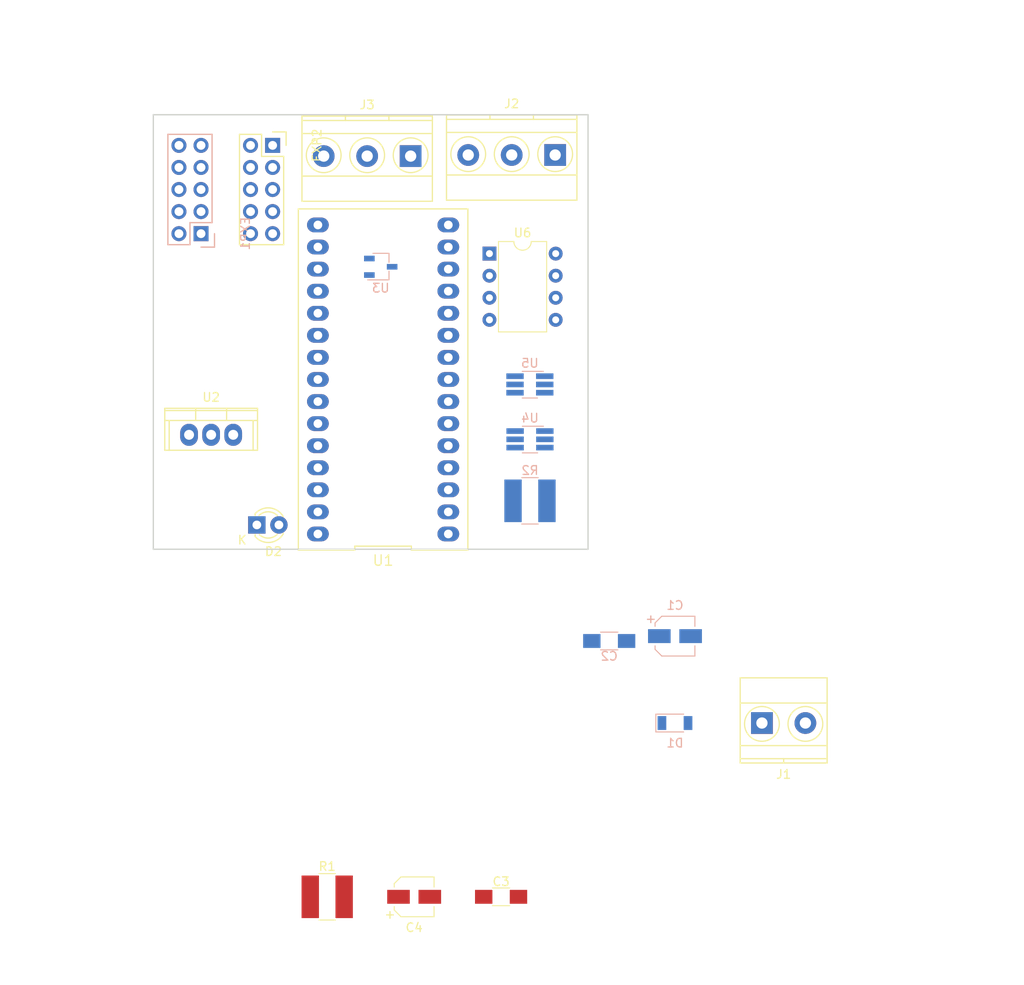
<source format=kicad_pcb>
(kicad_pcb (version 4) (host pcbnew 4.0.5)

  (general
    (links 63)
    (no_connects 63)
    (area 69.924999 39.924999 120.075001 90.075001)
    (thickness 1.6)
    (drawings 6)
    (tracks 0)
    (zones 0)
    (modules 19)
    (nets 31)
  )

  (page A4)
  (layers
    (0 F.Cu signal)
    (31 B.Cu signal)
    (32 B.Adhes user)
    (33 F.Adhes user)
    (34 B.Paste user)
    (35 F.Paste user)
    (36 B.SilkS user)
    (37 F.SilkS user)
    (38 B.Mask user)
    (39 F.Mask user)
    (40 Dwgs.User user)
    (41 Cmts.User user)
    (42 Eco1.User user)
    (43 Eco2.User user)
    (44 Edge.Cuts user)
    (45 Margin user)
    (46 B.CrtYd user)
    (47 F.CrtYd user)
    (48 B.Fab user)
    (49 F.Fab user)
  )

  (setup
    (last_trace_width 0.25)
    (trace_clearance 0.2)
    (zone_clearance 0.508)
    (zone_45_only no)
    (trace_min 0.2)
    (segment_width 0.2)
    (edge_width 0.15)
    (via_size 0.6)
    (via_drill 0.4)
    (via_min_size 0.4)
    (via_min_drill 0.3)
    (uvia_size 0.3)
    (uvia_drill 0.1)
    (uvias_allowed no)
    (uvia_min_size 0.2)
    (uvia_min_drill 0.1)
    (pcb_text_width 0.3)
    (pcb_text_size 1.5 1.5)
    (mod_edge_width 0.15)
    (mod_text_size 1 1)
    (mod_text_width 0.15)
    (pad_size 1.524 1.524)
    (pad_drill 0.762)
    (pad_to_mask_clearance 0.2)
    (aux_axis_origin 0 0)
    (grid_origin 70 40)
    (visible_elements 7FFFFFFF)
    (pcbplotparams
      (layerselection 0x00030_80000001)
      (usegerberextensions false)
      (excludeedgelayer true)
      (linewidth 0.100000)
      (plotframeref false)
      (viasonmask false)
      (mode 1)
      (useauxorigin false)
      (hpglpennumber 1)
      (hpglpenspeed 20)
      (hpglpendiameter 15)
      (hpglpenoverlay 2)
      (psnegative false)
      (psa4output false)
      (plotreference true)
      (plotvalue true)
      (plotinvisibletext false)
      (padsonsilk false)
      (subtractmaskfromsilk false)
      (outputformat 1)
      (mirror false)
      (drillshape 1)
      (scaleselection 1)
      (outputdirectory ""))
  )

  (net 0 "")
  (net 1 "Net-(C1-Pad1)")
  (net 2 GND)
  (net 3 /Vdd)
  (net 4 "Net-(D1-Pad2)")
  (net 5 "Net-(D2-Pad1)")
  (net 6 /Beeper)
  (net 7 /BTN_ENC)
  (net 8 /LCDE)
  (net 9 /LCDRS)
  (net 10 /LCD4)
  (net 11 /LCD5)
  (net 12 /LCD6)
  (net 13 /LCD7)
  (net 14 /MISO)
  (net 15 /SCK)
  (net 16 /BTN_EN2)
  (net 17 /SD_CSEL)
  (net 18 /BTN_EN1)
  (net 19 /MOSI)
  (net 20 /SD_DET)
  (net 21 /RESET)
  (net 22 "Net-(J2-Pad3)")
  (net 23 "Net-(J2-Pad2)")
  (net 24 /AN1)
  (net 25 /AN2)
  (net 26 /VREF)
  (net 27 /SDA)
  (net 28 /SCL)
  (net 29 /VOUT2)
  (net 30 /VOUT1)

  (net_class Default "Questo è il gruppo di collegamenti predefinito"
    (clearance 0.2)
    (trace_width 0.25)
    (via_dia 0.6)
    (via_drill 0.4)
    (uvia_dia 0.3)
    (uvia_drill 0.1)
    (add_net /AN1)
    (add_net /AN2)
    (add_net /BTN_EN1)
    (add_net /BTN_EN2)
    (add_net /BTN_ENC)
    (add_net /Beeper)
    (add_net /LCD4)
    (add_net /LCD5)
    (add_net /LCD6)
    (add_net /LCD7)
    (add_net /LCDE)
    (add_net /LCDRS)
    (add_net /MISO)
    (add_net /MOSI)
    (add_net /RESET)
    (add_net /SCK)
    (add_net /SCL)
    (add_net /SDA)
    (add_net /SD_CSEL)
    (add_net /SD_DET)
    (add_net /VOUT1)
    (add_net /VOUT2)
    (add_net /VREF)
    (add_net /Vdd)
    (add_net GND)
    (add_net "Net-(C1-Pad1)")
    (add_net "Net-(D1-Pad2)")
    (add_net "Net-(D2-Pad1)")
    (add_net "Net-(J2-Pad2)")
    (add_net "Net-(J2-Pad3)")
  )

  (module Capacitors_SMD:CP_Elec_4x5.8 placed (layer B.Cu) (tedit 58AA8627) (tstamp 58F4BAF0)
    (at 130 100)
    (descr "SMT capacitor, aluminium electrolytic, 4x5.8")
    (path /58ED6C54)
    (attr smd)
    (fp_text reference C1 (at 0 -3.54) (layer B.SilkS)
      (effects (font (size 1 1) (thickness 0.15)) (justify mirror))
    )
    (fp_text value CP (at 0 3.54) (layer B.Fab)
      (effects (font (size 1 1) (thickness 0.15)) (justify mirror))
    )
    (fp_circle (center 0 0) (end 0 -2) (layer B.Fab) (width 0.1))
    (fp_text user + (at -1.12 0.06) (layer B.Fab)
      (effects (font (size 1 1) (thickness 0.15)) (justify mirror))
    )
    (fp_text user + (at -2.78 -2.01) (layer B.SilkS)
      (effects (font (size 1 1) (thickness 0.15)) (justify mirror))
    )
    (fp_text user %R (at 0 -3.54) (layer B.Fab)
      (effects (font (size 1 1) (thickness 0.15)) (justify mirror))
    )
    (fp_line (start 2.13 -2.13) (end 2.13 2.13) (layer B.Fab) (width 0.1))
    (fp_line (start -1.46 -2.13) (end 2.13 -2.13) (layer B.Fab) (width 0.1))
    (fp_line (start -2.13 -1.46) (end -1.46 -2.13) (layer B.Fab) (width 0.1))
    (fp_line (start -2.13 1.46) (end -2.13 -1.46) (layer B.Fab) (width 0.1))
    (fp_line (start -1.46 2.13) (end -2.13 1.46) (layer B.Fab) (width 0.1))
    (fp_line (start 2.13 2.13) (end -1.46 2.13) (layer B.Fab) (width 0.1))
    (fp_line (start -2.29 -1.52) (end -2.29 -1.12) (layer B.SilkS) (width 0.12))
    (fp_line (start 2.29 -2.29) (end 2.29 -1.12) (layer B.SilkS) (width 0.12))
    (fp_line (start 2.29 2.29) (end 2.29 1.12) (layer B.SilkS) (width 0.12))
    (fp_line (start -2.29 1.52) (end -2.29 1.12) (layer B.SilkS) (width 0.12))
    (fp_line (start -1.52 -2.29) (end 2.29 -2.29) (layer B.SilkS) (width 0.12))
    (fp_line (start -1.52 -2.29) (end -2.29 -1.52) (layer B.SilkS) (width 0.12))
    (fp_line (start -1.52 2.29) (end 2.29 2.29) (layer B.SilkS) (width 0.12))
    (fp_line (start -1.52 2.29) (end -2.29 1.52) (layer B.SilkS) (width 0.12))
    (fp_line (start -3.35 2.39) (end 3.35 2.39) (layer B.CrtYd) (width 0.05))
    (fp_line (start -3.35 2.39) (end -3.35 -2.38) (layer B.CrtYd) (width 0.05))
    (fp_line (start 3.35 -2.38) (end 3.35 2.39) (layer B.CrtYd) (width 0.05))
    (fp_line (start 3.35 -2.38) (end -3.35 -2.38) (layer B.CrtYd) (width 0.05))
    (pad 1 smd rect (at -1.8 0 180) (size 2.6 1.6) (layers B.Cu B.Paste B.Mask)
      (net 1 "Net-(C1-Pad1)"))
    (pad 2 smd rect (at 1.8 0 180) (size 2.6 1.6) (layers B.Cu B.Paste B.Mask)
      (net 2 GND))
    (model Capacitors_SMD.3dshapes/CP_Elec_4x5.8.wrl
      (at (xyz 0 0 0))
      (scale (xyz 1 1 1))
      (rotate (xyz 0 0 180))
    )
  )

  (module Capacitors_SMD:C_1206_HandSoldering placed (layer B.Cu) (tedit 58AA84D1) (tstamp 58F4BAF6)
    (at 122.43576 100.55868)
    (descr "Capacitor SMD 1206, hand soldering")
    (tags "capacitor 1206")
    (path /58ED6D57)
    (attr smd)
    (fp_text reference C2 (at 0 1.75) (layer B.SilkS)
      (effects (font (size 1 1) (thickness 0.15)) (justify mirror))
    )
    (fp_text value C (at 0 -2) (layer B.Fab)
      (effects (font (size 1 1) (thickness 0.15)) (justify mirror))
    )
    (fp_text user %R (at 0 1.75) (layer B.Fab)
      (effects (font (size 1 1) (thickness 0.15)) (justify mirror))
    )
    (fp_line (start -1.6 -0.8) (end -1.6 0.8) (layer B.Fab) (width 0.1))
    (fp_line (start 1.6 -0.8) (end -1.6 -0.8) (layer B.Fab) (width 0.1))
    (fp_line (start 1.6 0.8) (end 1.6 -0.8) (layer B.Fab) (width 0.1))
    (fp_line (start -1.6 0.8) (end 1.6 0.8) (layer B.Fab) (width 0.1))
    (fp_line (start 1 1.02) (end -1 1.02) (layer B.SilkS) (width 0.12))
    (fp_line (start -1 -1.02) (end 1 -1.02) (layer B.SilkS) (width 0.12))
    (fp_line (start -3.25 1.05) (end 3.25 1.05) (layer B.CrtYd) (width 0.05))
    (fp_line (start -3.25 1.05) (end -3.25 -1.05) (layer B.CrtYd) (width 0.05))
    (fp_line (start 3.25 -1.05) (end 3.25 1.05) (layer B.CrtYd) (width 0.05))
    (fp_line (start 3.25 -1.05) (end -3.25 -1.05) (layer B.CrtYd) (width 0.05))
    (pad 1 smd rect (at -2 0) (size 2 1.6) (layers B.Cu B.Paste B.Mask)
      (net 1 "Net-(C1-Pad1)"))
    (pad 2 smd rect (at 2 0) (size 2 1.6) (layers B.Cu B.Paste B.Mask)
      (net 2 GND))
    (model Capacitors_SMD.3dshapes/C_1206.wrl
      (at (xyz 0 0 0))
      (scale (xyz 1 1 1))
      (rotate (xyz 0 0 0))
    )
  )

  (module Capacitors_SMD:C_1206_HandSoldering placed (layer F.Cu) (tedit 58AA84D1) (tstamp 58F4BAFC)
    (at 110 130)
    (descr "Capacitor SMD 1206, hand soldering")
    (tags "capacitor 1206")
    (path /58EF2498)
    (attr smd)
    (fp_text reference C3 (at 0 -1.75) (layer F.SilkS)
      (effects (font (size 1 1) (thickness 0.15)))
    )
    (fp_text value C (at 0 2) (layer F.Fab)
      (effects (font (size 1 1) (thickness 0.15)))
    )
    (fp_text user %R (at 0 -1.75) (layer F.Fab)
      (effects (font (size 1 1) (thickness 0.15)))
    )
    (fp_line (start -1.6 0.8) (end -1.6 -0.8) (layer F.Fab) (width 0.1))
    (fp_line (start 1.6 0.8) (end -1.6 0.8) (layer F.Fab) (width 0.1))
    (fp_line (start 1.6 -0.8) (end 1.6 0.8) (layer F.Fab) (width 0.1))
    (fp_line (start -1.6 -0.8) (end 1.6 -0.8) (layer F.Fab) (width 0.1))
    (fp_line (start 1 -1.02) (end -1 -1.02) (layer F.SilkS) (width 0.12))
    (fp_line (start -1 1.02) (end 1 1.02) (layer F.SilkS) (width 0.12))
    (fp_line (start -3.25 -1.05) (end 3.25 -1.05) (layer F.CrtYd) (width 0.05))
    (fp_line (start -3.25 -1.05) (end -3.25 1.05) (layer F.CrtYd) (width 0.05))
    (fp_line (start 3.25 1.05) (end 3.25 -1.05) (layer F.CrtYd) (width 0.05))
    (fp_line (start 3.25 1.05) (end -3.25 1.05) (layer F.CrtYd) (width 0.05))
    (pad 1 smd rect (at -2 0) (size 2 1.6) (layers F.Cu F.Paste F.Mask)
      (net 3 /Vdd))
    (pad 2 smd rect (at 2 0) (size 2 1.6) (layers F.Cu F.Paste F.Mask)
      (net 2 GND))
    (model Capacitors_SMD.3dshapes/C_1206.wrl
      (at (xyz 0 0 0))
      (scale (xyz 1 1 1))
      (rotate (xyz 0 0 0))
    )
  )

  (module Capacitors_SMD:CP_Elec_4x5.8 placed (layer F.Cu) (tedit 58AA8627) (tstamp 58F4BB02)
    (at 100 130)
    (descr "SMT capacitor, aluminium electrolytic, 4x5.8")
    (path /58EF252D)
    (attr smd)
    (fp_text reference C4 (at 0 3.54) (layer F.SilkS)
      (effects (font (size 1 1) (thickness 0.15)))
    )
    (fp_text value CP (at 0 -3.54) (layer F.Fab)
      (effects (font (size 1 1) (thickness 0.15)))
    )
    (fp_circle (center 0 0) (end 0 2) (layer F.Fab) (width 0.1))
    (fp_text user + (at -1.12 -0.06) (layer F.Fab)
      (effects (font (size 1 1) (thickness 0.15)))
    )
    (fp_text user + (at -2.78 2.01) (layer F.SilkS)
      (effects (font (size 1 1) (thickness 0.15)))
    )
    (fp_text user %R (at 0 3.54) (layer F.Fab)
      (effects (font (size 1 1) (thickness 0.15)))
    )
    (fp_line (start 2.13 2.13) (end 2.13 -2.13) (layer F.Fab) (width 0.1))
    (fp_line (start -1.46 2.13) (end 2.13 2.13) (layer F.Fab) (width 0.1))
    (fp_line (start -2.13 1.46) (end -1.46 2.13) (layer F.Fab) (width 0.1))
    (fp_line (start -2.13 -1.46) (end -2.13 1.46) (layer F.Fab) (width 0.1))
    (fp_line (start -1.46 -2.13) (end -2.13 -1.46) (layer F.Fab) (width 0.1))
    (fp_line (start 2.13 -2.13) (end -1.46 -2.13) (layer F.Fab) (width 0.1))
    (fp_line (start -2.29 1.52) (end -2.29 1.12) (layer F.SilkS) (width 0.12))
    (fp_line (start 2.29 2.29) (end 2.29 1.12) (layer F.SilkS) (width 0.12))
    (fp_line (start 2.29 -2.29) (end 2.29 -1.12) (layer F.SilkS) (width 0.12))
    (fp_line (start -2.29 -1.52) (end -2.29 -1.12) (layer F.SilkS) (width 0.12))
    (fp_line (start -1.52 2.29) (end 2.29 2.29) (layer F.SilkS) (width 0.12))
    (fp_line (start -1.52 2.29) (end -2.29 1.52) (layer F.SilkS) (width 0.12))
    (fp_line (start -1.52 -2.29) (end 2.29 -2.29) (layer F.SilkS) (width 0.12))
    (fp_line (start -1.52 -2.29) (end -2.29 -1.52) (layer F.SilkS) (width 0.12))
    (fp_line (start -3.35 -2.39) (end 3.35 -2.39) (layer F.CrtYd) (width 0.05))
    (fp_line (start -3.35 -2.39) (end -3.35 2.38) (layer F.CrtYd) (width 0.05))
    (fp_line (start 3.35 2.38) (end 3.35 -2.39) (layer F.CrtYd) (width 0.05))
    (fp_line (start 3.35 2.38) (end -3.35 2.38) (layer F.CrtYd) (width 0.05))
    (pad 1 smd rect (at -1.8 0 180) (size 2.6 1.6) (layers F.Cu F.Paste F.Mask)
      (net 3 /Vdd))
    (pad 2 smd rect (at 1.8 0 180) (size 2.6 1.6) (layers F.Cu F.Paste F.Mask)
      (net 2 GND))
    (model Capacitors_SMD.3dshapes/CP_Elec_4x5.8.wrl
      (at (xyz 0 0 0))
      (scale (xyz 1 1 1))
      (rotate (xyz 0 0 180))
    )
  )

  (module Diodes_SMD:D_1206 placed (layer B.Cu) (tedit 587F7EF9) (tstamp 58F4BB08)
    (at 130 110)
    (descr "Diode SMD 1206, reflow soldering")
    (tags "Diode 1206")
    (path /58ED750D)
    (attr smd)
    (fp_text reference D1 (at 0 2.3) (layer B.SilkS)
      (effects (font (size 1 1) (thickness 0.15)) (justify mirror))
    )
    (fp_text value D (at 0 -2.3) (layer B.Fab)
      (effects (font (size 1 1) (thickness 0.15)) (justify mirror))
    )
    (fp_line (start -0.254 0.254) (end -0.254 -0.254) (layer B.Fab) (width 0.1))
    (fp_line (start 0.127 0) (end 0.381 0) (layer B.Fab) (width 0.1))
    (fp_line (start -0.254 0) (end -0.508 0) (layer B.Fab) (width 0.1))
    (fp_line (start 0.127 -0.254) (end -0.254 0) (layer B.Fab) (width 0.1))
    (fp_line (start 0.127 0.254) (end 0.127 -0.254) (layer B.Fab) (width 0.1))
    (fp_line (start -0.254 0) (end 0.127 0.254) (layer B.Fab) (width 0.1))
    (fp_line (start -2.2 1.016) (end -2.2 -1.016) (layer B.SilkS) (width 0.12))
    (fp_line (start -1.6 -0.8) (end -1.6 0.8) (layer B.Fab) (width 0.1))
    (fp_line (start 1.6 -0.8) (end -1.6 -0.8) (layer B.Fab) (width 0.1))
    (fp_line (start 1.6 0.8) (end 1.6 -0.8) (layer B.Fab) (width 0.1))
    (fp_line (start -1.6 0.8) (end 1.6 0.8) (layer B.Fab) (width 0.1))
    (fp_line (start -2.3 1.15) (end 2.3 1.15) (layer B.CrtYd) (width 0.05))
    (fp_line (start -2.3 -1.15) (end 2.3 -1.15) (layer B.CrtYd) (width 0.05))
    (fp_line (start -2.3 1.15) (end -2.3 -1.15) (layer B.CrtYd) (width 0.05))
    (fp_line (start 2.3 1.15) (end 2.3 -1.15) (layer B.CrtYd) (width 0.05))
    (fp_line (start 1 1.025) (end -2.2 1.025) (layer B.SilkS) (width 0.12))
    (fp_line (start -2.2 -1.025) (end 1 -1.025) (layer B.SilkS) (width 0.12))
    (pad 1 smd rect (at -1.5 0) (size 1 1.6) (layers B.Cu B.Paste B.Mask)
      (net 1 "Net-(C1-Pad1)"))
    (pad 2 smd rect (at 1.5 0) (size 1 1.6) (layers B.Cu B.Paste B.Mask)
      (net 4 "Net-(D1-Pad2)"))
  )

  (module LEDs:LED-3MM placed (layer F.Cu) (tedit 559B82F6) (tstamp 58F4BB0E)
    (at 81.90752 87.20336)
    (descr "LED 3mm round vertical")
    (tags "LED  3mm round vertical")
    (path /58EF3740)
    (fp_text reference D2 (at 1.91 3.06) (layer F.SilkS)
      (effects (font (size 1 1) (thickness 0.15)))
    )
    (fp_text value LED (at 1.3 -2.9) (layer F.Fab)
      (effects (font (size 1 1) (thickness 0.15)))
    )
    (fp_line (start -1.2 2.3) (end 3.8 2.3) (layer F.CrtYd) (width 0.05))
    (fp_line (start 3.8 2.3) (end 3.8 -2.2) (layer F.CrtYd) (width 0.05))
    (fp_line (start 3.8 -2.2) (end -1.2 -2.2) (layer F.CrtYd) (width 0.05))
    (fp_line (start -1.2 -2.2) (end -1.2 2.3) (layer F.CrtYd) (width 0.05))
    (fp_line (start -0.199 1.314) (end -0.199 1.114) (layer F.SilkS) (width 0.15))
    (fp_line (start -0.199 -1.28) (end -0.199 -1.1) (layer F.SilkS) (width 0.15))
    (fp_arc (start 1.301 0.034) (end -0.199 -1.286) (angle 108.5) (layer F.SilkS) (width 0.15))
    (fp_arc (start 1.301 0.034) (end 0.25 -1.1) (angle 85.7) (layer F.SilkS) (width 0.15))
    (fp_arc (start 1.311 0.034) (end 3.051 0.994) (angle 110) (layer F.SilkS) (width 0.15))
    (fp_arc (start 1.301 0.034) (end 2.335 1.094) (angle 87.5) (layer F.SilkS) (width 0.15))
    (fp_text user K (at -1.69 1.74) (layer F.SilkS)
      (effects (font (size 1 1) (thickness 0.15)))
    )
    (pad 1 thru_hole rect (at 0 0 90) (size 2 2) (drill 1.00076) (layers *.Cu *.Mask)
      (net 5 "Net-(D2-Pad1)"))
    (pad 2 thru_hole circle (at 2.54 0) (size 2 2) (drill 1.00076) (layers *.Cu *.Mask)
      (net 3 /Vdd))
    (model LEDs.3dshapes/LED-3MM.wrl
      (at (xyz 0.05 0 0))
      (scale (xyz 1 1 1))
      (rotate (xyz 0 0 90))
    )
  )

  (module Socket_Strips:Socket_Strip_Straight_2x05 placed (layer B.Cu) (tedit 0) (tstamp 58F4BB1C)
    (at 75.4864 53.68552 90)
    (descr "Through hole socket strip")
    (tags "socket strip")
    (path /58ED312D)
    (fp_text reference EXP1 (at 0 5.1 90) (layer B.SilkS)
      (effects (font (size 1 1) (thickness 0.15)) (justify mirror))
    )
    (fp_text value CONN_02X05 (at 0 3.1 90) (layer B.Fab)
      (effects (font (size 1 1) (thickness 0.15)) (justify mirror))
    )
    (fp_line (start -1.75 1.75) (end -1.75 -4.3) (layer B.CrtYd) (width 0.05))
    (fp_line (start 11.95 1.75) (end 11.95 -4.3) (layer B.CrtYd) (width 0.05))
    (fp_line (start -1.75 1.75) (end 11.95 1.75) (layer B.CrtYd) (width 0.05))
    (fp_line (start -1.75 -4.3) (end 11.95 -4.3) (layer B.CrtYd) (width 0.05))
    (fp_line (start -1.27 -3.81) (end 11.43 -3.81) (layer B.SilkS) (width 0.15))
    (fp_line (start 11.43 -3.81) (end 11.43 1.27) (layer B.SilkS) (width 0.15))
    (fp_line (start 11.43 1.27) (end 1.27 1.27) (layer B.SilkS) (width 0.15))
    (fp_line (start -1.27 -3.81) (end -1.27 -1.27) (layer B.SilkS) (width 0.15))
    (fp_line (start 0 1.55) (end -1.55 1.55) (layer B.SilkS) (width 0.15))
    (fp_line (start -1.27 -1.27) (end 1.27 -1.27) (layer B.SilkS) (width 0.15))
    (fp_line (start 1.27 -1.27) (end 1.27 1.27) (layer B.SilkS) (width 0.15))
    (fp_line (start -1.55 1.55) (end -1.55 0) (layer B.SilkS) (width 0.15))
    (pad 1 thru_hole rect (at 0 0 90) (size 1.7272 1.7272) (drill 1.016) (layers *.Cu *.Mask)
      (net 6 /Beeper))
    (pad 2 thru_hole oval (at 0 -2.54 90) (size 1.7272 1.7272) (drill 1.016) (layers *.Cu *.Mask)
      (net 7 /BTN_ENC))
    (pad 3 thru_hole oval (at 2.54 0 90) (size 1.7272 1.7272) (drill 1.016) (layers *.Cu *.Mask)
      (net 8 /LCDE))
    (pad 4 thru_hole oval (at 2.54 -2.54 90) (size 1.7272 1.7272) (drill 1.016) (layers *.Cu *.Mask)
      (net 9 /LCDRS))
    (pad 5 thru_hole oval (at 5.08 0 90) (size 1.7272 1.7272) (drill 1.016) (layers *.Cu *.Mask)
      (net 10 /LCD4))
    (pad 6 thru_hole oval (at 5.08 -2.54 90) (size 1.7272 1.7272) (drill 1.016) (layers *.Cu *.Mask)
      (net 11 /LCD5))
    (pad 7 thru_hole oval (at 7.62 0 90) (size 1.7272 1.7272) (drill 1.016) (layers *.Cu *.Mask)
      (net 12 /LCD6))
    (pad 8 thru_hole oval (at 7.62 -2.54 90) (size 1.7272 1.7272) (drill 1.016) (layers *.Cu *.Mask)
      (net 13 /LCD7))
    (pad 9 thru_hole oval (at 10.16 0 90) (size 1.7272 1.7272) (drill 1.016) (layers *.Cu *.Mask)
      (net 2 GND))
    (pad 10 thru_hole oval (at 10.16 -2.54 90) (size 1.7272 1.7272) (drill 1.016) (layers *.Cu *.Mask)
      (net 3 /Vdd))
    (model Socket_Strips.3dshapes/Socket_Strip_Straight_2x05.wrl
      (at (xyz 0.2 -0.05 0))
      (scale (xyz 1 1 1))
      (rotate (xyz 0 0 180))
    )
  )

  (module Socket_Strips:Socket_Strip_Straight_2x05 placed (layer F.Cu) (tedit 0) (tstamp 58F4BB2A)
    (at 83.72108 43.52552 270)
    (descr "Through hole socket strip")
    (tags "socket strip")
    (path /58ED38B6)
    (fp_text reference EXP2 (at 0 -5.1 270) (layer F.SilkS)
      (effects (font (size 1 1) (thickness 0.15)))
    )
    (fp_text value CONN_02X05 (at 0 -3.1 270) (layer F.Fab)
      (effects (font (size 1 1) (thickness 0.15)))
    )
    (fp_line (start -1.75 -1.75) (end -1.75 4.3) (layer F.CrtYd) (width 0.05))
    (fp_line (start 11.95 -1.75) (end 11.95 4.3) (layer F.CrtYd) (width 0.05))
    (fp_line (start -1.75 -1.75) (end 11.95 -1.75) (layer F.CrtYd) (width 0.05))
    (fp_line (start -1.75 4.3) (end 11.95 4.3) (layer F.CrtYd) (width 0.05))
    (fp_line (start -1.27 3.81) (end 11.43 3.81) (layer F.SilkS) (width 0.15))
    (fp_line (start 11.43 3.81) (end 11.43 -1.27) (layer F.SilkS) (width 0.15))
    (fp_line (start 11.43 -1.27) (end 1.27 -1.27) (layer F.SilkS) (width 0.15))
    (fp_line (start -1.27 3.81) (end -1.27 1.27) (layer F.SilkS) (width 0.15))
    (fp_line (start 0 -1.55) (end -1.55 -1.55) (layer F.SilkS) (width 0.15))
    (fp_line (start -1.27 1.27) (end 1.27 1.27) (layer F.SilkS) (width 0.15))
    (fp_line (start 1.27 1.27) (end 1.27 -1.27) (layer F.SilkS) (width 0.15))
    (fp_line (start -1.55 -1.55) (end -1.55 0) (layer F.SilkS) (width 0.15))
    (pad 1 thru_hole rect (at 0 0 270) (size 1.7272 1.7272) (drill 1.016) (layers *.Cu *.Mask)
      (net 14 /MISO))
    (pad 2 thru_hole oval (at 0 2.54 270) (size 1.7272 1.7272) (drill 1.016) (layers *.Cu *.Mask)
      (net 15 /SCK))
    (pad 3 thru_hole oval (at 2.54 0 270) (size 1.7272 1.7272) (drill 1.016) (layers *.Cu *.Mask)
      (net 16 /BTN_EN2))
    (pad 4 thru_hole oval (at 2.54 2.54 270) (size 1.7272 1.7272) (drill 1.016) (layers *.Cu *.Mask)
      (net 17 /SD_CSEL))
    (pad 5 thru_hole oval (at 5.08 0 270) (size 1.7272 1.7272) (drill 1.016) (layers *.Cu *.Mask)
      (net 18 /BTN_EN1))
    (pad 6 thru_hole oval (at 5.08 2.54 270) (size 1.7272 1.7272) (drill 1.016) (layers *.Cu *.Mask)
      (net 19 /MOSI))
    (pad 7 thru_hole oval (at 7.62 0 270) (size 1.7272 1.7272) (drill 1.016) (layers *.Cu *.Mask)
      (net 20 /SD_DET))
    (pad 8 thru_hole oval (at 7.62 2.54 270) (size 1.7272 1.7272) (drill 1.016) (layers *.Cu *.Mask)
      (net 21 /RESET))
    (pad 9 thru_hole oval (at 10.16 0 270) (size 1.7272 1.7272) (drill 1.016) (layers *.Cu *.Mask)
      (net 2 GND))
    (pad 10 thru_hole oval (at 10.16 2.54 270) (size 1.7272 1.7272) (drill 1.016) (layers *.Cu *.Mask))
    (model Socket_Strips.3dshapes/Socket_Strip_Straight_2x05.wrl
      (at (xyz 0.2 -0.05 0))
      (scale (xyz 1 1 1))
      (rotate (xyz 0 0 180))
    )
  )

  (module Connectors_Terminal_Blocks:TerminalBlock_Pheonix_MKDS1.5-2pol placed (layer F.Cu) (tedit 563007E4) (tstamp 58F4BB30)
    (at 140 110)
    (descr "2-way 5mm pitch terminal block, Phoenix MKDS series")
    (path /58ED6926)
    (fp_text reference J1 (at 2.5 5.9) (layer F.SilkS)
      (effects (font (size 1 1) (thickness 0.15)))
    )
    (fp_text value IN (at 2.5 -6.6) (layer F.Fab)
      (effects (font (size 1 1) (thickness 0.15)))
    )
    (fp_line (start -2.7 -5.4) (end 7.7 -5.4) (layer F.CrtYd) (width 0.05))
    (fp_line (start -2.7 4.8) (end -2.7 -5.4) (layer F.CrtYd) (width 0.05))
    (fp_line (start 7.7 4.8) (end -2.7 4.8) (layer F.CrtYd) (width 0.05))
    (fp_line (start 7.7 -5.4) (end 7.7 4.8) (layer F.CrtYd) (width 0.05))
    (fp_line (start 2.5 4.1) (end 2.5 4.6) (layer F.SilkS) (width 0.15))
    (fp_circle (center 5 0.1) (end 3 0.1) (layer F.SilkS) (width 0.15))
    (fp_circle (center 0 0.1) (end 2 0.1) (layer F.SilkS) (width 0.15))
    (fp_line (start -2.5 2.6) (end 7.5 2.6) (layer F.SilkS) (width 0.15))
    (fp_line (start -2.5 -2.3) (end 7.5 -2.3) (layer F.SilkS) (width 0.15))
    (fp_line (start -2.5 4.1) (end 7.5 4.1) (layer F.SilkS) (width 0.15))
    (fp_line (start -2.5 4.6) (end 7.5 4.6) (layer F.SilkS) (width 0.15))
    (fp_line (start 7.5 4.6) (end 7.5 -5.2) (layer F.SilkS) (width 0.15))
    (fp_line (start 7.5 -5.2) (end -2.5 -5.2) (layer F.SilkS) (width 0.15))
    (fp_line (start -2.5 -5.2) (end -2.5 4.6) (layer F.SilkS) (width 0.15))
    (pad 1 thru_hole rect (at 0 0) (size 2.5 2.5) (drill 1.3) (layers *.Cu *.Mask)
      (net 4 "Net-(D1-Pad2)"))
    (pad 2 thru_hole circle (at 5 0) (size 2.5 2.5) (drill 1.3) (layers *.Cu *.Mask)
      (net 2 GND))
    (model Terminal_Blocks.3dshapes/TerminalBlock_Pheonix_MKDS1.5-2pol.wrl
      (at (xyz 0.0984 0 0))
      (scale (xyz 1 1 1))
      (rotate (xyz 0 0 0))
    )
  )

  (module Connectors_Terminal_Blocks:TerminalBlock_Pheonix_MKDS1.5-3pol placed (layer F.Cu) (tedit 5630081E) (tstamp 58F4BB37)
    (at 116.2204 44.63296 180)
    (descr "3-way 5mm pitch terminal block, Phoenix MKDS series")
    (path /58F61BC7)
    (fp_text reference J2 (at 5 5.9 180) (layer F.SilkS)
      (effects (font (size 1 1) (thickness 0.15)))
    )
    (fp_text value DAC_OUT (at 5 -6.6 180) (layer F.Fab)
      (effects (font (size 1 1) (thickness 0.15)))
    )
    (fp_line (start -2.7 4.8) (end -2.7 -5.4) (layer F.CrtYd) (width 0.05))
    (fp_line (start 12.7 4.8) (end -2.7 4.8) (layer F.CrtYd) (width 0.05))
    (fp_line (start 12.7 -5.4) (end 12.7 4.8) (layer F.CrtYd) (width 0.05))
    (fp_line (start -2.7 -5.4) (end 12.7 -5.4) (layer F.CrtYd) (width 0.05))
    (fp_circle (center 10 0.1) (end 8 0.1) (layer F.SilkS) (width 0.15))
    (fp_line (start 7.5 4.1) (end 7.5 4.6) (layer F.SilkS) (width 0.15))
    (fp_line (start 2.5 4.1) (end 2.5 4.6) (layer F.SilkS) (width 0.15))
    (fp_circle (center 5 0.1) (end 3 0.1) (layer F.SilkS) (width 0.15))
    (fp_circle (center 0 0.1) (end 2 0.1) (layer F.SilkS) (width 0.15))
    (fp_line (start -2.5 2.6) (end 12.5 2.6) (layer F.SilkS) (width 0.15))
    (fp_line (start -2.5 -2.3) (end 12.5 -2.3) (layer F.SilkS) (width 0.15))
    (fp_line (start -2.5 4.1) (end 12.5 4.1) (layer F.SilkS) (width 0.15))
    (fp_line (start -2.5 4.6) (end 12.5 4.6) (layer F.SilkS) (width 0.15))
    (fp_line (start 12.5 4.6) (end 12.5 -5.2) (layer F.SilkS) (width 0.15))
    (fp_line (start 12.5 -5.2) (end -2.5 -5.2) (layer F.SilkS) (width 0.15))
    (fp_line (start -2.5 -5.2) (end -2.5 4.6) (layer F.SilkS) (width 0.15))
    (pad 3 thru_hole circle (at 10 0 180) (size 2.5 2.5) (drill 1.3) (layers *.Cu *.Mask)
      (net 22 "Net-(J2-Pad3)"))
    (pad 1 thru_hole rect (at 0 0 180) (size 2.5 2.5) (drill 1.3) (layers *.Cu *.Mask)
      (net 2 GND))
    (pad 2 thru_hole circle (at 5 0 180) (size 2.5 2.5) (drill 1.3) (layers *.Cu *.Mask)
      (net 23 "Net-(J2-Pad2)"))
    (model Terminal_Blocks.3dshapes/TerminalBlock_Pheonix_MKDS1.5-3pol.wrl
      (at (xyz 0.1968 0 0))
      (scale (xyz 1 1 1))
      (rotate (xyz 0 0 0))
    )
  )

  (module Connectors_Terminal_Blocks:TerminalBlock_Pheonix_MKDS1.5-3pol placed (layer F.Cu) (tedit 5630081E) (tstamp 58F4BB3E)
    (at 99.59608 44.75996 180)
    (descr "3-way 5mm pitch terminal block, Phoenix MKDS series")
    (path /58F5F5C0)
    (fp_text reference J3 (at 5 5.9 180) (layer F.SilkS)
      (effects (font (size 1 1) (thickness 0.15)))
    )
    (fp_text value ADC_IN (at 5 -6.6 180) (layer F.Fab)
      (effects (font (size 1 1) (thickness 0.15)))
    )
    (fp_line (start -2.7 4.8) (end -2.7 -5.4) (layer F.CrtYd) (width 0.05))
    (fp_line (start 12.7 4.8) (end -2.7 4.8) (layer F.CrtYd) (width 0.05))
    (fp_line (start 12.7 -5.4) (end 12.7 4.8) (layer F.CrtYd) (width 0.05))
    (fp_line (start -2.7 -5.4) (end 12.7 -5.4) (layer F.CrtYd) (width 0.05))
    (fp_circle (center 10 0.1) (end 8 0.1) (layer F.SilkS) (width 0.15))
    (fp_line (start 7.5 4.1) (end 7.5 4.6) (layer F.SilkS) (width 0.15))
    (fp_line (start 2.5 4.1) (end 2.5 4.6) (layer F.SilkS) (width 0.15))
    (fp_circle (center 5 0.1) (end 3 0.1) (layer F.SilkS) (width 0.15))
    (fp_circle (center 0 0.1) (end 2 0.1) (layer F.SilkS) (width 0.15))
    (fp_line (start -2.5 2.6) (end 12.5 2.6) (layer F.SilkS) (width 0.15))
    (fp_line (start -2.5 -2.3) (end 12.5 -2.3) (layer F.SilkS) (width 0.15))
    (fp_line (start -2.5 4.1) (end 12.5 4.1) (layer F.SilkS) (width 0.15))
    (fp_line (start -2.5 4.6) (end 12.5 4.6) (layer F.SilkS) (width 0.15))
    (fp_line (start 12.5 4.6) (end 12.5 -5.2) (layer F.SilkS) (width 0.15))
    (fp_line (start 12.5 -5.2) (end -2.5 -5.2) (layer F.SilkS) (width 0.15))
    (fp_line (start -2.5 -5.2) (end -2.5 4.6) (layer F.SilkS) (width 0.15))
    (pad 3 thru_hole circle (at 10 0 180) (size 2.5 2.5) (drill 1.3) (layers *.Cu *.Mask)
      (net 24 /AN1))
    (pad 1 thru_hole rect (at 0 0 180) (size 2.5 2.5) (drill 1.3) (layers *.Cu *.Mask)
      (net 2 GND))
    (pad 2 thru_hole circle (at 5 0 180) (size 2.5 2.5) (drill 1.3) (layers *.Cu *.Mask)
      (net 25 /AN2))
    (model Terminal_Blocks.3dshapes/TerminalBlock_Pheonix_MKDS1.5-3pol.wrl
      (at (xyz 0.1968 0 0))
      (scale (xyz 1 1 1))
      (rotate (xyz 0 0 0))
    )
  )

  (module Resistors_SMD:R_1218_HandSoldering placed (layer F.Cu) (tedit 58AADA57) (tstamp 58F4BB44)
    (at 90 130)
    (descr "Resistor SMD 1218, hand soldering")
    (tags "resistor 1218")
    (path /58EF3B2A)
    (attr smd)
    (fp_text reference R1 (at 0 -3.5) (layer F.SilkS)
      (effects (font (size 1 1) (thickness 0.15)))
    )
    (fp_text value R (at 0 3.55) (layer F.Fab)
      (effects (font (size 1 1) (thickness 0.15)))
    )
    (fp_text user %R (at 0 -3.5) (layer F.Fab)
      (effects (font (size 1 1) (thickness 0.15)))
    )
    (fp_line (start -1.6 2.3) (end -1.6 -2.3) (layer F.Fab) (width 0.1))
    (fp_line (start 1.6 2.3) (end -1.6 2.3) (layer F.Fab) (width 0.1))
    (fp_line (start 1.6 -2.3) (end 1.6 2.3) (layer F.Fab) (width 0.1))
    (fp_line (start -1.6 -2.3) (end 1.6 -2.3) (layer F.Fab) (width 0.1))
    (fp_line (start 0.95 2.67) (end -0.95 2.67) (layer F.SilkS) (width 0.12))
    (fp_line (start -0.95 -2.67) (end 0.95 -2.67) (layer F.SilkS) (width 0.12))
    (fp_line (start -3.2 -2.7) (end 3.2 -2.7) (layer F.CrtYd) (width 0.05))
    (fp_line (start -3.2 -2.7) (end -3.2 2.7) (layer F.CrtYd) (width 0.05))
    (fp_line (start 3.2 2.7) (end 3.2 -2.7) (layer F.CrtYd) (width 0.05))
    (fp_line (start 3.2 2.7) (end -3.2 2.7) (layer F.CrtYd) (width 0.05))
    (pad 1 smd rect (at -1.95 0) (size 2 4.9) (layers F.Cu F.Paste F.Mask)
      (net 5 "Net-(D2-Pad1)"))
    (pad 2 smd rect (at 1.95 0) (size 2 4.9) (layers F.Cu F.Paste F.Mask)
      (net 2 GND))
    (model Resistors_SMD.3dshapes/R_1218.wrl
      (at (xyz 0 0 0))
      (scale (xyz 1 1 1))
      (rotate (xyz 0 0 0))
    )
  )

  (module Resistors_SMD:R_1218_HandSoldering placed (layer B.Cu) (tedit 58AADA57) (tstamp 58F4BB4A)
    (at 113.32224 84.42968 180)
    (descr "Resistor SMD 1218, hand soldering")
    (tags "resistor 1218")
    (path /58EF19C3)
    (attr smd)
    (fp_text reference R2 (at 0 3.5 180) (layer B.SilkS)
      (effects (font (size 1 1) (thickness 0.15)) (justify mirror))
    )
    (fp_text value R (at 0 -3.55 180) (layer B.Fab)
      (effects (font (size 1 1) (thickness 0.15)) (justify mirror))
    )
    (fp_text user %R (at 0 3.5 180) (layer B.Fab)
      (effects (font (size 1 1) (thickness 0.15)) (justify mirror))
    )
    (fp_line (start -1.6 -2.3) (end -1.6 2.3) (layer B.Fab) (width 0.1))
    (fp_line (start 1.6 -2.3) (end -1.6 -2.3) (layer B.Fab) (width 0.1))
    (fp_line (start 1.6 2.3) (end 1.6 -2.3) (layer B.Fab) (width 0.1))
    (fp_line (start -1.6 2.3) (end 1.6 2.3) (layer B.Fab) (width 0.1))
    (fp_line (start 0.95 -2.67) (end -0.95 -2.67) (layer B.SilkS) (width 0.12))
    (fp_line (start -0.95 2.67) (end 0.95 2.67) (layer B.SilkS) (width 0.12))
    (fp_line (start -3.2 2.7) (end 3.2 2.7) (layer B.CrtYd) (width 0.05))
    (fp_line (start -3.2 2.7) (end -3.2 -2.7) (layer B.CrtYd) (width 0.05))
    (fp_line (start 3.2 -2.7) (end 3.2 2.7) (layer B.CrtYd) (width 0.05))
    (fp_line (start 3.2 -2.7) (end -3.2 -2.7) (layer B.CrtYd) (width 0.05))
    (pad 1 smd rect (at -1.95 0 180) (size 2 4.9) (layers B.Cu B.Paste B.Mask)
      (net 3 /Vdd))
    (pad 2 smd rect (at 1.95 0 180) (size 2 4.9) (layers B.Cu B.Paste B.Mask)
      (net 26 /VREF))
    (model Resistors_SMD.3dshapes/R_1218.wrl
      (at (xyz 0 0 0))
      (scale (xyz 1 1 1))
      (rotate (xyz 0 0 0))
    )
  )

  (module Footprint:DIP-30_0_ELL placed (layer F.Cu) (tedit 0) (tstamp 58F4BB6C)
    (at 96.42932 70.46476 90)
    (path /58E619FE)
    (fp_text reference U1 (at -20.83 0 180) (layer F.SilkS)
      (effects (font (size 1.2 1.2) (thickness 0.15)))
    )
    (fp_text value NUCLEO_F3030K8 (at 0 0 90) (layer F.Fab)
      (effects (font (size 1.2 1.2) (thickness 0.15)))
    )
    (fp_line (start -19.63 9.749999) (end 19.63 9.75) (layer F.SilkS) (width 0.15))
    (fp_line (start 19.63 9.75) (end 19.63 -9.749999) (layer F.SilkS) (width 0.15))
    (fp_line (start 19.63 -9.749999) (end -19.63 -9.75) (layer F.SilkS) (width 0.15))
    (fp_line (start -19.63 -9.75) (end -19.63 -3.25) (layer F.SilkS) (width 0.15))
    (fp_line (start -19.63 -3.25) (end -19.18 -3.25) (layer F.SilkS) (width 0.15))
    (fp_line (start -19.18 -3.25) (end -19.18 3.249999) (layer F.SilkS) (width 0.15))
    (fp_line (start -19.18 3.249999) (end -19.63 3.249999) (layer F.SilkS) (width 0.15))
    (fp_line (start -19.63 3.249999) (end -19.63 9.749999) (layer F.SilkS) (width 0.15))
    (pad 30 thru_hole oval (at -17.78 -7.5 90) (size 1.7 2.5) (drill 1) (layers *.Cu *.Mask)
      (net 3 /Vdd))
    (pad 1 thru_hole oval (at -17.78 7.5 90) (size 1.7 2.5) (drill 1) (layers *.Cu *.Mask))
    (pad 29 thru_hole oval (at -15.24 -7.5 90) (size 1.7 2.5) (drill 1) (layers *.Cu *.Mask)
      (net 2 GND))
    (pad 2 thru_hole oval (at -15.24 7.5 90) (size 1.7 2.5) (drill 1) (layers *.Cu *.Mask))
    (pad 28 thru_hole oval (at -12.7 -7.5 90) (size 1.7 2.5) (drill 1) (layers *.Cu *.Mask)
      (net 21 /RESET))
    (pad 3 thru_hole oval (at -12.7 7.5 90) (size 1.7 2.5) (drill 1) (layers *.Cu *.Mask)
      (net 21 /RESET))
    (pad 27 thru_hole oval (at -10.16 -7.5 90) (size 1.7 2.5) (drill 1) (layers *.Cu *.Mask))
    (pad 4 thru_hole oval (at -10.16 7.5 90) (size 1.7 2.5) (drill 1) (layers *.Cu *.Mask)
      (net 2 GND))
    (pad 26 thru_hole oval (at -7.62 -7.5 90) (size 1.7 2.5) (drill 1) (layers *.Cu *.Mask)
      (net 24 /AN1))
    (pad 5 thru_hole oval (at -7.62 7.5 90) (size 1.7 2.5) (drill 1) (layers *.Cu *.Mask)
      (net 6 /Beeper))
    (pad 25 thru_hole oval (at -5.08 -7.5 90) (size 1.7 2.5) (drill 1) (layers *.Cu *.Mask)
      (net 25 /AN2))
    (pad 6 thru_hole oval (at -5.08 7.5 90) (size 1.7 2.5) (drill 1) (layers *.Cu *.Mask)
      (net 8 /LCDE))
    (pad 24 thru_hole oval (at -2.54 -7.5 90) (size 1.7 2.5) (drill 1) (layers *.Cu *.Mask))
    (pad 7 thru_hole oval (at -2.54 7.5 90) (size 1.7 2.5) (drill 1) (layers *.Cu *.Mask)
      (net 27 /SDA))
    (pad 23 thru_hole oval (at 0 -7.5 90) (size 1.7 2.5) (drill 1) (layers *.Cu *.Mask)
      (net 17 /SD_CSEL))
    (pad 8 thru_hole oval (at 0 7.5 90) (size 1.7 2.5) (drill 1) (layers *.Cu *.Mask)
      (net 28 /SCL))
    (pad 22 thru_hole oval (at 2.54 -7.5 90) (size 1.7 2.5) (drill 1) (layers *.Cu *.Mask)
      (net 15 /SCK))
    (pad 9 thru_hole oval (at 2.54 7.5 90) (size 1.7 2.5) (drill 1) (layers *.Cu *.Mask)
      (net 9 /LCDRS))
    (pad 21 thru_hole oval (at 5.08 -7.5 90) (size 1.7 2.5) (drill 1) (layers *.Cu *.Mask)
      (net 20 /SD_DET))
    (pad 10 thru_hole oval (at 5.08 7.5 90) (size 1.7 2.5) (drill 1) (layers *.Cu *.Mask)
      (net 10 /LCD4))
    (pad 20 thru_hole oval (at 7.62 -7.5 90) (size 1.7 2.5) (drill 1) (layers *.Cu *.Mask)
      (net 16 /BTN_EN2))
    (pad 11 thru_hole oval (at 7.62 7.5 90) (size 1.7 2.5) (drill 1) (layers *.Cu *.Mask)
      (net 11 /LCD5))
    (pad 19 thru_hole oval (at 10.16 -7.5 90) (size 1.7 2.5) (drill 1) (layers *.Cu *.Mask)
      (net 18 /BTN_EN1))
    (pad 12 thru_hole oval (at 10.16 7.5 90) (size 1.7 2.5) (drill 1) (layers *.Cu *.Mask)
      (net 12 /LCD6))
    (pad 18 thru_hole oval (at 12.7 -7.5 90) (size 1.7 2.5) (drill 1) (layers *.Cu *.Mask)
      (net 26 /VREF))
    (pad 13 thru_hole oval (at 12.7 7.5 90) (size 1.7 2.5) (drill 1) (layers *.Cu *.Mask)
      (net 13 /LCD7))
    (pad 17 thru_hole oval (at 15.24 -7.5 90) (size 1.7 2.5) (drill 1) (layers *.Cu *.Mask))
    (pad 14 thru_hole oval (at 15.24 7.5 90) (size 1.7 2.5) (drill 1) (layers *.Cu *.Mask)
      (net 19 /MOSI))
    (pad 16 thru_hole oval (at 17.78 -7.5 90) (size 1.7 2.5) (drill 1) (layers *.Cu *.Mask)
      (net 7 /BTN_ENC))
    (pad 15 thru_hole oval (at 17.78 7.5 90) (size 1.7 2.5) (drill 1) (layers *.Cu *.Mask)
      (net 14 /MISO))
  )

  (module TO_SOT_Packages_SMD:TSOT-23 placed (layer B.Cu) (tedit 58835E7C) (tstamp 58F4BB7B)
    (at 96.15692 57.49552)
    (descr "3-pin TSOT23 package, http://www.analog.com.tw/pdf/All_In_One.pdf")
    (tags TSOT-23)
    (path /58E62387)
    (attr smd)
    (fp_text reference U3 (at 0 2.45) (layer B.SilkS)
      (effects (font (size 1 1) (thickness 0.15)) (justify mirror))
    )
    (fp_text value LM4040 (at 0 -2.5) (layer B.Fab)
      (effects (font (size 1 1) (thickness 0.15)) (justify mirror))
    )
    (fp_line (start 0.95 -0.5) (end 0.95 -1.55) (layer B.SilkS) (width 0.12))
    (fp_line (start 0.95 -1.55) (end -0.9 -1.55) (layer B.SilkS) (width 0.12))
    (fp_line (start 0.95 1.5) (end 0.95 0.5) (layer B.SilkS) (width 0.12))
    (fp_line (start 0.93 1.51) (end -1.5 1.51) (layer B.SilkS) (width 0.12))
    (fp_line (start -0.88 1) (end -0.43 1.45) (layer B.Fab) (width 0.1))
    (fp_line (start 0.88 1.45) (end -0.43 1.45) (layer B.Fab) (width 0.1))
    (fp_line (start -0.88 1) (end -0.88 -1.45) (layer B.Fab) (width 0.1))
    (fp_line (start 0.88 -1.45) (end -0.88 -1.45) (layer B.Fab) (width 0.1))
    (fp_line (start 0.88 1.45) (end 0.88 -1.45) (layer B.Fab) (width 0.1))
    (fp_line (start -2.17 1.7) (end 2.17 1.7) (layer B.CrtYd) (width 0.05))
    (fp_line (start -2.17 1.7) (end -2.17 -1.7) (layer B.CrtYd) (width 0.05))
    (fp_line (start 2.17 -1.7) (end 2.17 1.7) (layer B.CrtYd) (width 0.05))
    (fp_line (start 2.17 -1.7) (end -2.17 -1.7) (layer B.CrtYd) (width 0.05))
    (pad 1 smd rect (at -1.31 0.95) (size 1.22 0.65) (layers B.Cu B.Paste B.Mask))
    (pad 2 smd rect (at -1.31 -0.95) (size 1.22 0.65) (layers B.Cu B.Paste B.Mask)
      (net 2 GND))
    (pad 3 smd rect (at 1.31 0) (size 1.22 0.65) (layers B.Cu B.Paste B.Mask)
      (net 26 /VREF))
  )

  (module TO_SOT_Packages_SMD:TSOT-23-6_MK06A_HandSoldering placed (layer B.Cu) (tedit 58835838) (tstamp 58F4BB85)
    (at 113.32224 77.35324 180)
    (descr "6-pin TSOT23 package, http://cds.linear.com/docs/en/packaging/SOT_6_05-08-1636.pdf")
    (tags "TSOT-23-6 MK06A TSOT-6 Hand-soldering")
    (path /58E61C2E)
    (attr smd)
    (fp_text reference U4 (at 0 2.45 180) (layer B.SilkS)
      (effects (font (size 1 1) (thickness 0.15)) (justify mirror))
    )
    (fp_text value MCP4706 (at 0 -2.5 180) (layer B.Fab)
      (effects (font (size 1 1) (thickness 0.15)) (justify mirror))
    )
    (fp_line (start -0.88 -1.56) (end 0.88 -1.56) (layer B.SilkS) (width 0.12))
    (fp_line (start 0.88 1.51) (end -1.55 1.51) (layer B.SilkS) (width 0.12))
    (fp_line (start -0.88 1) (end -0.43 1.45) (layer B.Fab) (width 0.1))
    (fp_line (start 0.88 1.45) (end -0.43 1.45) (layer B.Fab) (width 0.1))
    (fp_line (start -0.88 1) (end -0.88 -1.45) (layer B.Fab) (width 0.1))
    (fp_line (start 0.88 -1.45) (end -0.88 -1.45) (layer B.Fab) (width 0.1))
    (fp_line (start 0.88 1.45) (end 0.88 -1.45) (layer B.Fab) (width 0.1))
    (fp_line (start -2.96 1.7) (end 2.96 1.7) (layer B.CrtYd) (width 0.05))
    (fp_line (start -2.96 1.7) (end -2.96 -1.7) (layer B.CrtYd) (width 0.05))
    (fp_line (start 2.96 -1.7) (end 2.96 1.7) (layer B.CrtYd) (width 0.05))
    (fp_line (start 2.96 -1.7) (end -2.96 -1.7) (layer B.CrtYd) (width 0.05))
    (pad 1 smd rect (at -1.71 0.95 180) (size 2 0.65) (layers B.Cu B.Paste B.Mask)
      (net 29 /VOUT2))
    (pad 2 smd rect (at -1.71 0 180) (size 2 0.65) (layers B.Cu B.Paste B.Mask)
      (net 2 GND))
    (pad 3 smd rect (at -1.71 -0.95 180) (size 2 0.65) (layers B.Cu B.Paste B.Mask)
      (net 3 /Vdd))
    (pad 4 smd rect (at 1.71 -0.95 180) (size 2 0.65) (layers B.Cu B.Paste B.Mask)
      (net 27 /SDA))
    (pad 5 smd rect (at 1.71 0 180) (size 2 0.65) (layers B.Cu B.Paste B.Mask)
      (net 28 /SCL))
    (pad 6 smd rect (at 1.71 0.95 180) (size 2 0.65) (layers B.Cu B.Paste B.Mask)
      (net 26 /VREF))
  )

  (module TO_SOT_Packages_SMD:TSOT-23-6_MK06A_HandSoldering placed (layer B.Cu) (tedit 58835838) (tstamp 58F4BB8F)
    (at 113.31012 71.03884 180)
    (descr "6-pin TSOT23 package, http://cds.linear.com/docs/en/packaging/SOT_6_05-08-1636.pdf")
    (tags "TSOT-23-6 MK06A TSOT-6 Hand-soldering")
    (path /58E61D55)
    (attr smd)
    (fp_text reference U5 (at 0 2.45 180) (layer B.SilkS)
      (effects (font (size 1 1) (thickness 0.15)) (justify mirror))
    )
    (fp_text value MCP4706 (at 0 -2.5 180) (layer B.Fab)
      (effects (font (size 1 1) (thickness 0.15)) (justify mirror))
    )
    (fp_line (start -0.88 -1.56) (end 0.88 -1.56) (layer B.SilkS) (width 0.12))
    (fp_line (start 0.88 1.51) (end -1.55 1.51) (layer B.SilkS) (width 0.12))
    (fp_line (start -0.88 1) (end -0.43 1.45) (layer B.Fab) (width 0.1))
    (fp_line (start 0.88 1.45) (end -0.43 1.45) (layer B.Fab) (width 0.1))
    (fp_line (start -0.88 1) (end -0.88 -1.45) (layer B.Fab) (width 0.1))
    (fp_line (start 0.88 -1.45) (end -0.88 -1.45) (layer B.Fab) (width 0.1))
    (fp_line (start 0.88 1.45) (end 0.88 -1.45) (layer B.Fab) (width 0.1))
    (fp_line (start -2.96 1.7) (end 2.96 1.7) (layer B.CrtYd) (width 0.05))
    (fp_line (start -2.96 1.7) (end -2.96 -1.7) (layer B.CrtYd) (width 0.05))
    (fp_line (start 2.96 -1.7) (end 2.96 1.7) (layer B.CrtYd) (width 0.05))
    (fp_line (start 2.96 -1.7) (end -2.96 -1.7) (layer B.CrtYd) (width 0.05))
    (pad 1 smd rect (at -1.71 0.95 180) (size 2 0.65) (layers B.Cu B.Paste B.Mask)
      (net 30 /VOUT1))
    (pad 2 smd rect (at -1.71 0 180) (size 2 0.65) (layers B.Cu B.Paste B.Mask)
      (net 2 GND))
    (pad 3 smd rect (at -1.71 -0.95 180) (size 2 0.65) (layers B.Cu B.Paste B.Mask)
      (net 3 /Vdd))
    (pad 4 smd rect (at 1.71 -0.95 180) (size 2 0.65) (layers B.Cu B.Paste B.Mask)
      (net 27 /SDA))
    (pad 5 smd rect (at 1.71 0 180) (size 2 0.65) (layers B.Cu B.Paste B.Mask)
      (net 28 /SCL))
    (pad 6 smd rect (at 1.71 0.95 180) (size 2 0.65) (layers B.Cu B.Paste B.Mask)
      (net 26 /VREF))
  )

  (module Housings_DIP:DIP-8_W7.62mm placed (layer F.Cu) (tedit 586281B4) (tstamp 58F4BB9B)
    (at 108.6588 55.98168)
    (descr "8-lead dip package, row spacing 7.62 mm (300 mils)")
    (tags "DIL DIP PDIP 2.54mm 7.62mm 300mil")
    (path /58F54ECC)
    (fp_text reference U6 (at 3.81 -2.39) (layer F.SilkS)
      (effects (font (size 1 1) (thickness 0.15)))
    )
    (fp_text value OP275 (at 3.81 10.01) (layer F.Fab)
      (effects (font (size 1 1) (thickness 0.15)))
    )
    (fp_arc (start 3.81 -1.39) (end 2.81 -1.39) (angle -180) (layer F.SilkS) (width 0.12))
    (fp_line (start 1.635 -1.27) (end 6.985 -1.27) (layer F.Fab) (width 0.1))
    (fp_line (start 6.985 -1.27) (end 6.985 8.89) (layer F.Fab) (width 0.1))
    (fp_line (start 6.985 8.89) (end 0.635 8.89) (layer F.Fab) (width 0.1))
    (fp_line (start 0.635 8.89) (end 0.635 -0.27) (layer F.Fab) (width 0.1))
    (fp_line (start 0.635 -0.27) (end 1.635 -1.27) (layer F.Fab) (width 0.1))
    (fp_line (start 2.81 -1.39) (end 1.04 -1.39) (layer F.SilkS) (width 0.12))
    (fp_line (start 1.04 -1.39) (end 1.04 9.01) (layer F.SilkS) (width 0.12))
    (fp_line (start 1.04 9.01) (end 6.58 9.01) (layer F.SilkS) (width 0.12))
    (fp_line (start 6.58 9.01) (end 6.58 -1.39) (layer F.SilkS) (width 0.12))
    (fp_line (start 6.58 -1.39) (end 4.81 -1.39) (layer F.SilkS) (width 0.12))
    (fp_line (start -1.1 -1.6) (end -1.1 9.2) (layer F.CrtYd) (width 0.05))
    (fp_line (start -1.1 9.2) (end 8.7 9.2) (layer F.CrtYd) (width 0.05))
    (fp_line (start 8.7 9.2) (end 8.7 -1.6) (layer F.CrtYd) (width 0.05))
    (fp_line (start 8.7 -1.6) (end -1.1 -1.6) (layer F.CrtYd) (width 0.05))
    (pad 1 thru_hole rect (at 0 0) (size 1.6 1.6) (drill 0.8) (layers *.Cu *.Mask)
      (net 22 "Net-(J2-Pad3)"))
    (pad 5 thru_hole oval (at 7.62 7.62) (size 1.6 1.6) (drill 0.8) (layers *.Cu *.Mask)
      (net 29 /VOUT2))
    (pad 2 thru_hole oval (at 0 2.54) (size 1.6 1.6) (drill 0.8) (layers *.Cu *.Mask)
      (net 22 "Net-(J2-Pad3)"))
    (pad 6 thru_hole oval (at 7.62 5.08) (size 1.6 1.6) (drill 0.8) (layers *.Cu *.Mask)
      (net 23 "Net-(J2-Pad2)"))
    (pad 3 thru_hole oval (at 0 5.08) (size 1.6 1.6) (drill 0.8) (layers *.Cu *.Mask)
      (net 30 /VOUT1))
    (pad 7 thru_hole oval (at 7.62 2.54) (size 1.6 1.6) (drill 0.8) (layers *.Cu *.Mask)
      (net 23 "Net-(J2-Pad2)"))
    (pad 4 thru_hole oval (at 0 7.62) (size 1.6 1.6) (drill 0.8) (layers *.Cu *.Mask)
      (net 2 GND))
    (pad 8 thru_hole oval (at 7.62 0) (size 1.6 1.6) (drill 0.8) (layers *.Cu *.Mask)
      (net 3 /Vdd))
    (model Housings_DIP.3dshapes/DIP-8_W7.62mm.wrl
      (at (xyz 0 0 0))
      (scale (xyz 1 1 1))
      (rotate (xyz 0 0 0))
    )
  )

  (module Power_Integrations:TO-220 (layer F.Cu) (tedit 0) (tstamp 58F88A26)
    (at 76.64972 76.83268)
    (descr "Non Isolated JEDEC TO-220 Package")
    (tags "Power Integration YN Package")
    (path /58F6542A)
    (fp_text reference U2 (at 0 -4.318) (layer F.SilkS)
      (effects (font (size 1 1) (thickness 0.15)))
    )
    (fp_text value LM7805CT (at 0 -4.318) (layer F.Fab)
      (effects (font (size 1 1) (thickness 0.15)))
    )
    (fp_line (start 4.826 -1.651) (end 4.826 1.778) (layer F.SilkS) (width 0.15))
    (fp_line (start -4.826 -1.651) (end -4.826 1.778) (layer F.SilkS) (width 0.15))
    (fp_line (start 5.334 -2.794) (end -5.334 -2.794) (layer F.SilkS) (width 0.15))
    (fp_line (start 1.778 -1.778) (end 1.778 -3.048) (layer F.SilkS) (width 0.15))
    (fp_line (start -1.778 -1.778) (end -1.778 -3.048) (layer F.SilkS) (width 0.15))
    (fp_line (start -5.334 -1.651) (end 5.334 -1.651) (layer F.SilkS) (width 0.15))
    (fp_line (start 5.334 1.778) (end -5.334 1.778) (layer F.SilkS) (width 0.15))
    (fp_line (start -5.334 -3.048) (end -5.334 1.778) (layer F.SilkS) (width 0.15))
    (fp_line (start 5.334 -3.048) (end 5.334 1.778) (layer F.SilkS) (width 0.15))
    (fp_line (start 5.334 -3.048) (end -5.334 -3.048) (layer F.SilkS) (width 0.15))
    (pad 2 thru_hole oval (at 0 0) (size 2.032 2.54) (drill 1.143) (layers *.Cu *.Mask)
      (net 2 GND))
    (pad 3 thru_hole oval (at 2.54 0) (size 2.032 2.54) (drill 1.143) (layers *.Cu *.Mask)
      (net 3 /Vdd))
    (pad 1 thru_hole oval (at -2.54 0) (size 2.032 2.54) (drill 1.143) (layers *.Cu *.Mask)
      (net 1 "Net-(C1-Pad1)"))
  )

  (gr_line (start 70 90) (end 70 40) (layer Edge.Cuts) (width 0.15))
  (gr_line (start 120 90) (end 70 90) (layer Edge.Cuts) (width 0.15))
  (gr_line (start 120 40) (end 120 90) (layer Edge.Cuts) (width 0.15))
  (gr_line (start 70 40) (end 120 40) (layer Edge.Cuts) (width 0.15))
  (dimension 100 (width 0.3) (layer Cmts.User)
    (gr_text "100,000 mm" (at 58.65 90 270) (layer Cmts.User)
      (effects (font (size 1.5 1.5) (thickness 0.3)))
    )
    (feature1 (pts (xy 70 140) (xy 57.3 140)))
    (feature2 (pts (xy 70 40) (xy 57.3 40)))
    (crossbar (pts (xy 60 40) (xy 60 140)))
    (arrow1a (pts (xy 60 140) (xy 59.413579 138.873496)))
    (arrow1b (pts (xy 60 140) (xy 60.586421 138.873496)))
    (arrow2a (pts (xy 60 40) (xy 59.413579 41.126504)))
    (arrow2b (pts (xy 60 40) (xy 60.586421 41.126504)))
  )
  (dimension 100 (width 0.3) (layer Cmts.User)
    (gr_text "100,000 mm" (at 120 30) (layer Cmts.User)
      (effects (font (size 1.5 1.5) (thickness 0.3)))
    )
    (feature1 (pts (xy 170 40) (xy 170 30)))
    (feature2 (pts (xy 70 40) (xy 70 30)))
    (crossbar (pts (xy 70 30) (xy 170 30)))
    (arrow1a (pts (xy 170 30) (xy 168.873496 30.586421)))
    (arrow1b (pts (xy 170 30) (xy 168.873496 29.413579)))
    (arrow2a (pts (xy 70 30) (xy 71.126504 30.586421)))
    (arrow2b (pts (xy 70 30) (xy 71.126504 29.413579)))
  )

)

</source>
